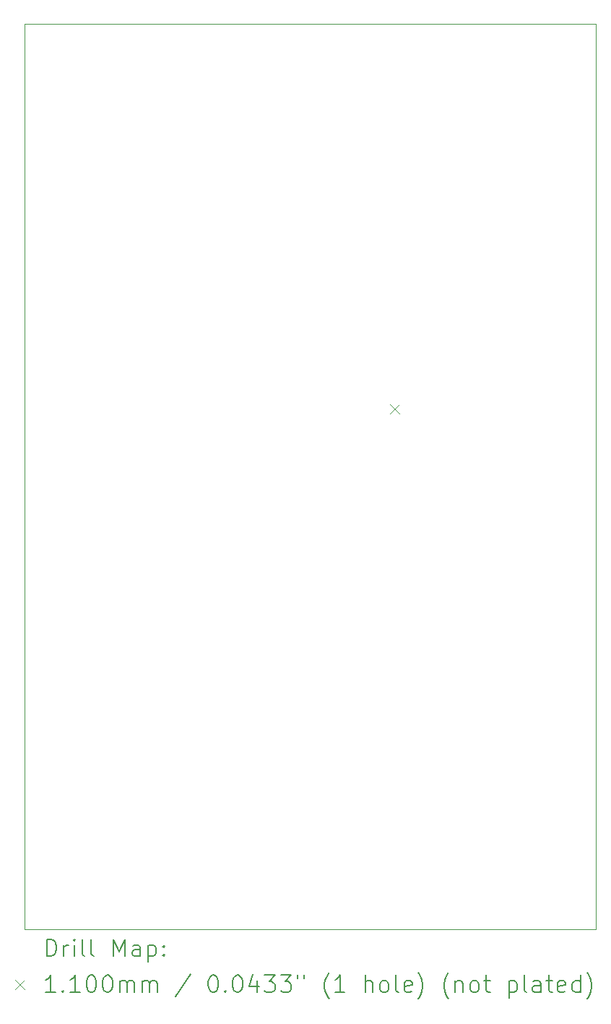
<source format=gbr>
%TF.GenerationSoftware,KiCad,Pcbnew,8.0.4*%
%TF.CreationDate,2024-10-23T14:51:26+02:00*%
%TF.ProjectId,leds,6c656473-2e6b-4696-9361-645f70636258,rev?*%
%TF.SameCoordinates,Original*%
%TF.FileFunction,Drillmap*%
%TF.FilePolarity,Positive*%
%FSLAX45Y45*%
G04 Gerber Fmt 4.5, Leading zero omitted, Abs format (unit mm)*
G04 Created by KiCad (PCBNEW 8.0.4) date 2024-10-23 14:51:26*
%MOMM*%
%LPD*%
G01*
G04 APERTURE LIST*
%ADD10C,0.050000*%
%ADD11C,0.200000*%
%ADD12C,0.110000*%
G04 APERTURE END LIST*
D10*
X11750000Y-5550000D02*
X18450000Y-5550000D01*
X18450000Y-16150000D01*
X11750000Y-16150000D01*
X11750000Y-5550000D01*
D11*
D12*
X16030000Y-9998330D02*
X16140000Y-10108330D01*
X16140000Y-9998330D02*
X16030000Y-10108330D01*
D11*
X12008277Y-16463984D02*
X12008277Y-16263984D01*
X12008277Y-16263984D02*
X12055896Y-16263984D01*
X12055896Y-16263984D02*
X12084467Y-16273508D01*
X12084467Y-16273508D02*
X12103515Y-16292555D01*
X12103515Y-16292555D02*
X12113039Y-16311603D01*
X12113039Y-16311603D02*
X12122562Y-16349698D01*
X12122562Y-16349698D02*
X12122562Y-16378269D01*
X12122562Y-16378269D02*
X12113039Y-16416365D01*
X12113039Y-16416365D02*
X12103515Y-16435412D01*
X12103515Y-16435412D02*
X12084467Y-16454460D01*
X12084467Y-16454460D02*
X12055896Y-16463984D01*
X12055896Y-16463984D02*
X12008277Y-16463984D01*
X12208277Y-16463984D02*
X12208277Y-16330650D01*
X12208277Y-16368746D02*
X12217801Y-16349698D01*
X12217801Y-16349698D02*
X12227324Y-16340174D01*
X12227324Y-16340174D02*
X12246372Y-16330650D01*
X12246372Y-16330650D02*
X12265420Y-16330650D01*
X12332086Y-16463984D02*
X12332086Y-16330650D01*
X12332086Y-16263984D02*
X12322562Y-16273508D01*
X12322562Y-16273508D02*
X12332086Y-16283031D01*
X12332086Y-16283031D02*
X12341610Y-16273508D01*
X12341610Y-16273508D02*
X12332086Y-16263984D01*
X12332086Y-16263984D02*
X12332086Y-16283031D01*
X12455896Y-16463984D02*
X12436848Y-16454460D01*
X12436848Y-16454460D02*
X12427324Y-16435412D01*
X12427324Y-16435412D02*
X12427324Y-16263984D01*
X12560658Y-16463984D02*
X12541610Y-16454460D01*
X12541610Y-16454460D02*
X12532086Y-16435412D01*
X12532086Y-16435412D02*
X12532086Y-16263984D01*
X12789229Y-16463984D02*
X12789229Y-16263984D01*
X12789229Y-16263984D02*
X12855896Y-16406841D01*
X12855896Y-16406841D02*
X12922562Y-16263984D01*
X12922562Y-16263984D02*
X12922562Y-16463984D01*
X13103515Y-16463984D02*
X13103515Y-16359222D01*
X13103515Y-16359222D02*
X13093991Y-16340174D01*
X13093991Y-16340174D02*
X13074943Y-16330650D01*
X13074943Y-16330650D02*
X13036848Y-16330650D01*
X13036848Y-16330650D02*
X13017801Y-16340174D01*
X13103515Y-16454460D02*
X13084467Y-16463984D01*
X13084467Y-16463984D02*
X13036848Y-16463984D01*
X13036848Y-16463984D02*
X13017801Y-16454460D01*
X13017801Y-16454460D02*
X13008277Y-16435412D01*
X13008277Y-16435412D02*
X13008277Y-16416365D01*
X13008277Y-16416365D02*
X13017801Y-16397317D01*
X13017801Y-16397317D02*
X13036848Y-16387793D01*
X13036848Y-16387793D02*
X13084467Y-16387793D01*
X13084467Y-16387793D02*
X13103515Y-16378269D01*
X13198753Y-16330650D02*
X13198753Y-16530650D01*
X13198753Y-16340174D02*
X13217801Y-16330650D01*
X13217801Y-16330650D02*
X13255896Y-16330650D01*
X13255896Y-16330650D02*
X13274943Y-16340174D01*
X13274943Y-16340174D02*
X13284467Y-16349698D01*
X13284467Y-16349698D02*
X13293991Y-16368746D01*
X13293991Y-16368746D02*
X13293991Y-16425888D01*
X13293991Y-16425888D02*
X13284467Y-16444936D01*
X13284467Y-16444936D02*
X13274943Y-16454460D01*
X13274943Y-16454460D02*
X13255896Y-16463984D01*
X13255896Y-16463984D02*
X13217801Y-16463984D01*
X13217801Y-16463984D02*
X13198753Y-16454460D01*
X13379705Y-16444936D02*
X13389229Y-16454460D01*
X13389229Y-16454460D02*
X13379705Y-16463984D01*
X13379705Y-16463984D02*
X13370182Y-16454460D01*
X13370182Y-16454460D02*
X13379705Y-16444936D01*
X13379705Y-16444936D02*
X13379705Y-16463984D01*
X13379705Y-16340174D02*
X13389229Y-16349698D01*
X13389229Y-16349698D02*
X13379705Y-16359222D01*
X13379705Y-16359222D02*
X13370182Y-16349698D01*
X13370182Y-16349698D02*
X13379705Y-16340174D01*
X13379705Y-16340174D02*
X13379705Y-16359222D01*
D12*
X11637500Y-16737500D02*
X11747500Y-16847500D01*
X11747500Y-16737500D02*
X11637500Y-16847500D01*
D11*
X12113039Y-16883984D02*
X11998753Y-16883984D01*
X12055896Y-16883984D02*
X12055896Y-16683984D01*
X12055896Y-16683984D02*
X12036848Y-16712555D01*
X12036848Y-16712555D02*
X12017801Y-16731603D01*
X12017801Y-16731603D02*
X11998753Y-16741127D01*
X12198753Y-16864936D02*
X12208277Y-16874460D01*
X12208277Y-16874460D02*
X12198753Y-16883984D01*
X12198753Y-16883984D02*
X12189229Y-16874460D01*
X12189229Y-16874460D02*
X12198753Y-16864936D01*
X12198753Y-16864936D02*
X12198753Y-16883984D01*
X12398753Y-16883984D02*
X12284467Y-16883984D01*
X12341610Y-16883984D02*
X12341610Y-16683984D01*
X12341610Y-16683984D02*
X12322562Y-16712555D01*
X12322562Y-16712555D02*
X12303515Y-16731603D01*
X12303515Y-16731603D02*
X12284467Y-16741127D01*
X12522562Y-16683984D02*
X12541610Y-16683984D01*
X12541610Y-16683984D02*
X12560658Y-16693508D01*
X12560658Y-16693508D02*
X12570182Y-16703031D01*
X12570182Y-16703031D02*
X12579705Y-16722079D01*
X12579705Y-16722079D02*
X12589229Y-16760174D01*
X12589229Y-16760174D02*
X12589229Y-16807793D01*
X12589229Y-16807793D02*
X12579705Y-16845889D01*
X12579705Y-16845889D02*
X12570182Y-16864936D01*
X12570182Y-16864936D02*
X12560658Y-16874460D01*
X12560658Y-16874460D02*
X12541610Y-16883984D01*
X12541610Y-16883984D02*
X12522562Y-16883984D01*
X12522562Y-16883984D02*
X12503515Y-16874460D01*
X12503515Y-16874460D02*
X12493991Y-16864936D01*
X12493991Y-16864936D02*
X12484467Y-16845889D01*
X12484467Y-16845889D02*
X12474943Y-16807793D01*
X12474943Y-16807793D02*
X12474943Y-16760174D01*
X12474943Y-16760174D02*
X12484467Y-16722079D01*
X12484467Y-16722079D02*
X12493991Y-16703031D01*
X12493991Y-16703031D02*
X12503515Y-16693508D01*
X12503515Y-16693508D02*
X12522562Y-16683984D01*
X12713039Y-16683984D02*
X12732086Y-16683984D01*
X12732086Y-16683984D02*
X12751134Y-16693508D01*
X12751134Y-16693508D02*
X12760658Y-16703031D01*
X12760658Y-16703031D02*
X12770182Y-16722079D01*
X12770182Y-16722079D02*
X12779705Y-16760174D01*
X12779705Y-16760174D02*
X12779705Y-16807793D01*
X12779705Y-16807793D02*
X12770182Y-16845889D01*
X12770182Y-16845889D02*
X12760658Y-16864936D01*
X12760658Y-16864936D02*
X12751134Y-16874460D01*
X12751134Y-16874460D02*
X12732086Y-16883984D01*
X12732086Y-16883984D02*
X12713039Y-16883984D01*
X12713039Y-16883984D02*
X12693991Y-16874460D01*
X12693991Y-16874460D02*
X12684467Y-16864936D01*
X12684467Y-16864936D02*
X12674943Y-16845889D01*
X12674943Y-16845889D02*
X12665420Y-16807793D01*
X12665420Y-16807793D02*
X12665420Y-16760174D01*
X12665420Y-16760174D02*
X12674943Y-16722079D01*
X12674943Y-16722079D02*
X12684467Y-16703031D01*
X12684467Y-16703031D02*
X12693991Y-16693508D01*
X12693991Y-16693508D02*
X12713039Y-16683984D01*
X12865420Y-16883984D02*
X12865420Y-16750650D01*
X12865420Y-16769698D02*
X12874943Y-16760174D01*
X12874943Y-16760174D02*
X12893991Y-16750650D01*
X12893991Y-16750650D02*
X12922563Y-16750650D01*
X12922563Y-16750650D02*
X12941610Y-16760174D01*
X12941610Y-16760174D02*
X12951134Y-16779222D01*
X12951134Y-16779222D02*
X12951134Y-16883984D01*
X12951134Y-16779222D02*
X12960658Y-16760174D01*
X12960658Y-16760174D02*
X12979705Y-16750650D01*
X12979705Y-16750650D02*
X13008277Y-16750650D01*
X13008277Y-16750650D02*
X13027324Y-16760174D01*
X13027324Y-16760174D02*
X13036848Y-16779222D01*
X13036848Y-16779222D02*
X13036848Y-16883984D01*
X13132086Y-16883984D02*
X13132086Y-16750650D01*
X13132086Y-16769698D02*
X13141610Y-16760174D01*
X13141610Y-16760174D02*
X13160658Y-16750650D01*
X13160658Y-16750650D02*
X13189229Y-16750650D01*
X13189229Y-16750650D02*
X13208277Y-16760174D01*
X13208277Y-16760174D02*
X13217801Y-16779222D01*
X13217801Y-16779222D02*
X13217801Y-16883984D01*
X13217801Y-16779222D02*
X13227324Y-16760174D01*
X13227324Y-16760174D02*
X13246372Y-16750650D01*
X13246372Y-16750650D02*
X13274943Y-16750650D01*
X13274943Y-16750650D02*
X13293991Y-16760174D01*
X13293991Y-16760174D02*
X13303515Y-16779222D01*
X13303515Y-16779222D02*
X13303515Y-16883984D01*
X13693991Y-16674460D02*
X13522563Y-16931603D01*
X13951134Y-16683984D02*
X13970182Y-16683984D01*
X13970182Y-16683984D02*
X13989229Y-16693508D01*
X13989229Y-16693508D02*
X13998753Y-16703031D01*
X13998753Y-16703031D02*
X14008277Y-16722079D01*
X14008277Y-16722079D02*
X14017801Y-16760174D01*
X14017801Y-16760174D02*
X14017801Y-16807793D01*
X14017801Y-16807793D02*
X14008277Y-16845889D01*
X14008277Y-16845889D02*
X13998753Y-16864936D01*
X13998753Y-16864936D02*
X13989229Y-16874460D01*
X13989229Y-16874460D02*
X13970182Y-16883984D01*
X13970182Y-16883984D02*
X13951134Y-16883984D01*
X13951134Y-16883984D02*
X13932086Y-16874460D01*
X13932086Y-16874460D02*
X13922563Y-16864936D01*
X13922563Y-16864936D02*
X13913039Y-16845889D01*
X13913039Y-16845889D02*
X13903515Y-16807793D01*
X13903515Y-16807793D02*
X13903515Y-16760174D01*
X13903515Y-16760174D02*
X13913039Y-16722079D01*
X13913039Y-16722079D02*
X13922563Y-16703031D01*
X13922563Y-16703031D02*
X13932086Y-16693508D01*
X13932086Y-16693508D02*
X13951134Y-16683984D01*
X14103515Y-16864936D02*
X14113039Y-16874460D01*
X14113039Y-16874460D02*
X14103515Y-16883984D01*
X14103515Y-16883984D02*
X14093991Y-16874460D01*
X14093991Y-16874460D02*
X14103515Y-16864936D01*
X14103515Y-16864936D02*
X14103515Y-16883984D01*
X14236848Y-16683984D02*
X14255896Y-16683984D01*
X14255896Y-16683984D02*
X14274944Y-16693508D01*
X14274944Y-16693508D02*
X14284467Y-16703031D01*
X14284467Y-16703031D02*
X14293991Y-16722079D01*
X14293991Y-16722079D02*
X14303515Y-16760174D01*
X14303515Y-16760174D02*
X14303515Y-16807793D01*
X14303515Y-16807793D02*
X14293991Y-16845889D01*
X14293991Y-16845889D02*
X14284467Y-16864936D01*
X14284467Y-16864936D02*
X14274944Y-16874460D01*
X14274944Y-16874460D02*
X14255896Y-16883984D01*
X14255896Y-16883984D02*
X14236848Y-16883984D01*
X14236848Y-16883984D02*
X14217801Y-16874460D01*
X14217801Y-16874460D02*
X14208277Y-16864936D01*
X14208277Y-16864936D02*
X14198753Y-16845889D01*
X14198753Y-16845889D02*
X14189229Y-16807793D01*
X14189229Y-16807793D02*
X14189229Y-16760174D01*
X14189229Y-16760174D02*
X14198753Y-16722079D01*
X14198753Y-16722079D02*
X14208277Y-16703031D01*
X14208277Y-16703031D02*
X14217801Y-16693508D01*
X14217801Y-16693508D02*
X14236848Y-16683984D01*
X14474944Y-16750650D02*
X14474944Y-16883984D01*
X14427325Y-16674460D02*
X14379706Y-16817317D01*
X14379706Y-16817317D02*
X14503515Y-16817317D01*
X14560658Y-16683984D02*
X14684467Y-16683984D01*
X14684467Y-16683984D02*
X14617801Y-16760174D01*
X14617801Y-16760174D02*
X14646372Y-16760174D01*
X14646372Y-16760174D02*
X14665420Y-16769698D01*
X14665420Y-16769698D02*
X14674944Y-16779222D01*
X14674944Y-16779222D02*
X14684467Y-16798270D01*
X14684467Y-16798270D02*
X14684467Y-16845889D01*
X14684467Y-16845889D02*
X14674944Y-16864936D01*
X14674944Y-16864936D02*
X14665420Y-16874460D01*
X14665420Y-16874460D02*
X14646372Y-16883984D01*
X14646372Y-16883984D02*
X14589229Y-16883984D01*
X14589229Y-16883984D02*
X14570182Y-16874460D01*
X14570182Y-16874460D02*
X14560658Y-16864936D01*
X14751134Y-16683984D02*
X14874944Y-16683984D01*
X14874944Y-16683984D02*
X14808277Y-16760174D01*
X14808277Y-16760174D02*
X14836848Y-16760174D01*
X14836848Y-16760174D02*
X14855896Y-16769698D01*
X14855896Y-16769698D02*
X14865420Y-16779222D01*
X14865420Y-16779222D02*
X14874944Y-16798270D01*
X14874944Y-16798270D02*
X14874944Y-16845889D01*
X14874944Y-16845889D02*
X14865420Y-16864936D01*
X14865420Y-16864936D02*
X14855896Y-16874460D01*
X14855896Y-16874460D02*
X14836848Y-16883984D01*
X14836848Y-16883984D02*
X14779706Y-16883984D01*
X14779706Y-16883984D02*
X14760658Y-16874460D01*
X14760658Y-16874460D02*
X14751134Y-16864936D01*
X14951134Y-16683984D02*
X14951134Y-16722079D01*
X15027325Y-16683984D02*
X15027325Y-16722079D01*
X15322563Y-16960174D02*
X15313039Y-16950650D01*
X15313039Y-16950650D02*
X15293991Y-16922079D01*
X15293991Y-16922079D02*
X15284468Y-16903031D01*
X15284468Y-16903031D02*
X15274944Y-16874460D01*
X15274944Y-16874460D02*
X15265420Y-16826841D01*
X15265420Y-16826841D02*
X15265420Y-16788746D01*
X15265420Y-16788746D02*
X15274944Y-16741127D01*
X15274944Y-16741127D02*
X15284468Y-16712555D01*
X15284468Y-16712555D02*
X15293991Y-16693508D01*
X15293991Y-16693508D02*
X15313039Y-16664936D01*
X15313039Y-16664936D02*
X15322563Y-16655412D01*
X15503515Y-16883984D02*
X15389229Y-16883984D01*
X15446372Y-16883984D02*
X15446372Y-16683984D01*
X15446372Y-16683984D02*
X15427325Y-16712555D01*
X15427325Y-16712555D02*
X15408277Y-16731603D01*
X15408277Y-16731603D02*
X15389229Y-16741127D01*
X15741610Y-16883984D02*
X15741610Y-16683984D01*
X15827325Y-16883984D02*
X15827325Y-16779222D01*
X15827325Y-16779222D02*
X15817801Y-16760174D01*
X15817801Y-16760174D02*
X15798753Y-16750650D01*
X15798753Y-16750650D02*
X15770182Y-16750650D01*
X15770182Y-16750650D02*
X15751134Y-16760174D01*
X15751134Y-16760174D02*
X15741610Y-16769698D01*
X15951134Y-16883984D02*
X15932087Y-16874460D01*
X15932087Y-16874460D02*
X15922563Y-16864936D01*
X15922563Y-16864936D02*
X15913039Y-16845889D01*
X15913039Y-16845889D02*
X15913039Y-16788746D01*
X15913039Y-16788746D02*
X15922563Y-16769698D01*
X15922563Y-16769698D02*
X15932087Y-16760174D01*
X15932087Y-16760174D02*
X15951134Y-16750650D01*
X15951134Y-16750650D02*
X15979706Y-16750650D01*
X15979706Y-16750650D02*
X15998753Y-16760174D01*
X15998753Y-16760174D02*
X16008277Y-16769698D01*
X16008277Y-16769698D02*
X16017801Y-16788746D01*
X16017801Y-16788746D02*
X16017801Y-16845889D01*
X16017801Y-16845889D02*
X16008277Y-16864936D01*
X16008277Y-16864936D02*
X15998753Y-16874460D01*
X15998753Y-16874460D02*
X15979706Y-16883984D01*
X15979706Y-16883984D02*
X15951134Y-16883984D01*
X16132087Y-16883984D02*
X16113039Y-16874460D01*
X16113039Y-16874460D02*
X16103515Y-16855412D01*
X16103515Y-16855412D02*
X16103515Y-16683984D01*
X16284468Y-16874460D02*
X16265420Y-16883984D01*
X16265420Y-16883984D02*
X16227325Y-16883984D01*
X16227325Y-16883984D02*
X16208277Y-16874460D01*
X16208277Y-16874460D02*
X16198753Y-16855412D01*
X16198753Y-16855412D02*
X16198753Y-16779222D01*
X16198753Y-16779222D02*
X16208277Y-16760174D01*
X16208277Y-16760174D02*
X16227325Y-16750650D01*
X16227325Y-16750650D02*
X16265420Y-16750650D01*
X16265420Y-16750650D02*
X16284468Y-16760174D01*
X16284468Y-16760174D02*
X16293991Y-16779222D01*
X16293991Y-16779222D02*
X16293991Y-16798270D01*
X16293991Y-16798270D02*
X16198753Y-16817317D01*
X16360658Y-16960174D02*
X16370182Y-16950650D01*
X16370182Y-16950650D02*
X16389230Y-16922079D01*
X16389230Y-16922079D02*
X16398753Y-16903031D01*
X16398753Y-16903031D02*
X16408277Y-16874460D01*
X16408277Y-16874460D02*
X16417801Y-16826841D01*
X16417801Y-16826841D02*
X16417801Y-16788746D01*
X16417801Y-16788746D02*
X16408277Y-16741127D01*
X16408277Y-16741127D02*
X16398753Y-16712555D01*
X16398753Y-16712555D02*
X16389230Y-16693508D01*
X16389230Y-16693508D02*
X16370182Y-16664936D01*
X16370182Y-16664936D02*
X16360658Y-16655412D01*
X16722563Y-16960174D02*
X16713039Y-16950650D01*
X16713039Y-16950650D02*
X16693991Y-16922079D01*
X16693991Y-16922079D02*
X16684468Y-16903031D01*
X16684468Y-16903031D02*
X16674944Y-16874460D01*
X16674944Y-16874460D02*
X16665420Y-16826841D01*
X16665420Y-16826841D02*
X16665420Y-16788746D01*
X16665420Y-16788746D02*
X16674944Y-16741127D01*
X16674944Y-16741127D02*
X16684468Y-16712555D01*
X16684468Y-16712555D02*
X16693991Y-16693508D01*
X16693991Y-16693508D02*
X16713039Y-16664936D01*
X16713039Y-16664936D02*
X16722563Y-16655412D01*
X16798753Y-16750650D02*
X16798753Y-16883984D01*
X16798753Y-16769698D02*
X16808277Y-16760174D01*
X16808277Y-16760174D02*
X16827325Y-16750650D01*
X16827325Y-16750650D02*
X16855896Y-16750650D01*
X16855896Y-16750650D02*
X16874944Y-16760174D01*
X16874944Y-16760174D02*
X16884468Y-16779222D01*
X16884468Y-16779222D02*
X16884468Y-16883984D01*
X17008277Y-16883984D02*
X16989230Y-16874460D01*
X16989230Y-16874460D02*
X16979706Y-16864936D01*
X16979706Y-16864936D02*
X16970182Y-16845889D01*
X16970182Y-16845889D02*
X16970182Y-16788746D01*
X16970182Y-16788746D02*
X16979706Y-16769698D01*
X16979706Y-16769698D02*
X16989230Y-16760174D01*
X16989230Y-16760174D02*
X17008277Y-16750650D01*
X17008277Y-16750650D02*
X17036849Y-16750650D01*
X17036849Y-16750650D02*
X17055896Y-16760174D01*
X17055896Y-16760174D02*
X17065420Y-16769698D01*
X17065420Y-16769698D02*
X17074944Y-16788746D01*
X17074944Y-16788746D02*
X17074944Y-16845889D01*
X17074944Y-16845889D02*
X17065420Y-16864936D01*
X17065420Y-16864936D02*
X17055896Y-16874460D01*
X17055896Y-16874460D02*
X17036849Y-16883984D01*
X17036849Y-16883984D02*
X17008277Y-16883984D01*
X17132087Y-16750650D02*
X17208277Y-16750650D01*
X17160658Y-16683984D02*
X17160658Y-16855412D01*
X17160658Y-16855412D02*
X17170182Y-16874460D01*
X17170182Y-16874460D02*
X17189230Y-16883984D01*
X17189230Y-16883984D02*
X17208277Y-16883984D01*
X17427325Y-16750650D02*
X17427325Y-16950650D01*
X17427325Y-16760174D02*
X17446373Y-16750650D01*
X17446373Y-16750650D02*
X17484468Y-16750650D01*
X17484468Y-16750650D02*
X17503515Y-16760174D01*
X17503515Y-16760174D02*
X17513039Y-16769698D01*
X17513039Y-16769698D02*
X17522563Y-16788746D01*
X17522563Y-16788746D02*
X17522563Y-16845889D01*
X17522563Y-16845889D02*
X17513039Y-16864936D01*
X17513039Y-16864936D02*
X17503515Y-16874460D01*
X17503515Y-16874460D02*
X17484468Y-16883984D01*
X17484468Y-16883984D02*
X17446373Y-16883984D01*
X17446373Y-16883984D02*
X17427325Y-16874460D01*
X17636849Y-16883984D02*
X17617801Y-16874460D01*
X17617801Y-16874460D02*
X17608277Y-16855412D01*
X17608277Y-16855412D02*
X17608277Y-16683984D01*
X17798754Y-16883984D02*
X17798754Y-16779222D01*
X17798754Y-16779222D02*
X17789230Y-16760174D01*
X17789230Y-16760174D02*
X17770182Y-16750650D01*
X17770182Y-16750650D02*
X17732087Y-16750650D01*
X17732087Y-16750650D02*
X17713039Y-16760174D01*
X17798754Y-16874460D02*
X17779706Y-16883984D01*
X17779706Y-16883984D02*
X17732087Y-16883984D01*
X17732087Y-16883984D02*
X17713039Y-16874460D01*
X17713039Y-16874460D02*
X17703515Y-16855412D01*
X17703515Y-16855412D02*
X17703515Y-16836365D01*
X17703515Y-16836365D02*
X17713039Y-16817317D01*
X17713039Y-16817317D02*
X17732087Y-16807793D01*
X17732087Y-16807793D02*
X17779706Y-16807793D01*
X17779706Y-16807793D02*
X17798754Y-16798270D01*
X17865420Y-16750650D02*
X17941611Y-16750650D01*
X17893992Y-16683984D02*
X17893992Y-16855412D01*
X17893992Y-16855412D02*
X17903515Y-16874460D01*
X17903515Y-16874460D02*
X17922563Y-16883984D01*
X17922563Y-16883984D02*
X17941611Y-16883984D01*
X18084468Y-16874460D02*
X18065420Y-16883984D01*
X18065420Y-16883984D02*
X18027325Y-16883984D01*
X18027325Y-16883984D02*
X18008277Y-16874460D01*
X18008277Y-16874460D02*
X17998754Y-16855412D01*
X17998754Y-16855412D02*
X17998754Y-16779222D01*
X17998754Y-16779222D02*
X18008277Y-16760174D01*
X18008277Y-16760174D02*
X18027325Y-16750650D01*
X18027325Y-16750650D02*
X18065420Y-16750650D01*
X18065420Y-16750650D02*
X18084468Y-16760174D01*
X18084468Y-16760174D02*
X18093992Y-16779222D01*
X18093992Y-16779222D02*
X18093992Y-16798270D01*
X18093992Y-16798270D02*
X17998754Y-16817317D01*
X18265420Y-16883984D02*
X18265420Y-16683984D01*
X18265420Y-16874460D02*
X18246373Y-16883984D01*
X18246373Y-16883984D02*
X18208277Y-16883984D01*
X18208277Y-16883984D02*
X18189230Y-16874460D01*
X18189230Y-16874460D02*
X18179706Y-16864936D01*
X18179706Y-16864936D02*
X18170182Y-16845889D01*
X18170182Y-16845889D02*
X18170182Y-16788746D01*
X18170182Y-16788746D02*
X18179706Y-16769698D01*
X18179706Y-16769698D02*
X18189230Y-16760174D01*
X18189230Y-16760174D02*
X18208277Y-16750650D01*
X18208277Y-16750650D02*
X18246373Y-16750650D01*
X18246373Y-16750650D02*
X18265420Y-16760174D01*
X18341611Y-16960174D02*
X18351135Y-16950650D01*
X18351135Y-16950650D02*
X18370182Y-16922079D01*
X18370182Y-16922079D02*
X18379706Y-16903031D01*
X18379706Y-16903031D02*
X18389230Y-16874460D01*
X18389230Y-16874460D02*
X18398754Y-16826841D01*
X18398754Y-16826841D02*
X18398754Y-16788746D01*
X18398754Y-16788746D02*
X18389230Y-16741127D01*
X18389230Y-16741127D02*
X18379706Y-16712555D01*
X18379706Y-16712555D02*
X18370182Y-16693508D01*
X18370182Y-16693508D02*
X18351135Y-16664936D01*
X18351135Y-16664936D02*
X18341611Y-16655412D01*
M02*

</source>
